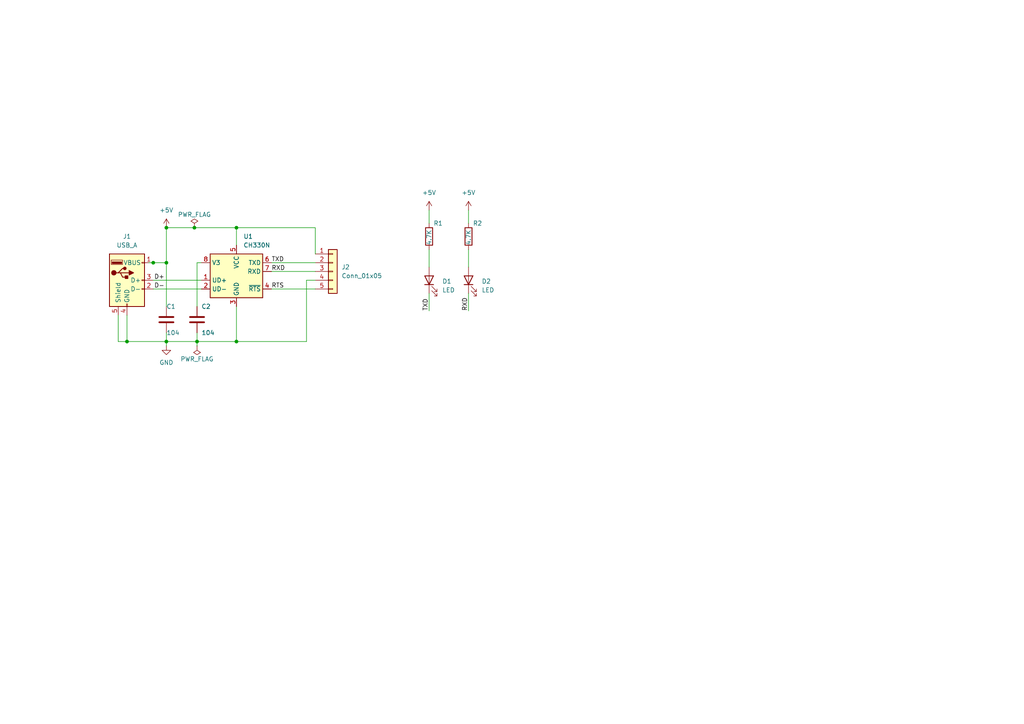
<source format=kicad_sch>
(kicad_sch (version 20211123) (generator eeschema)
  (paper "A4")
  (lib_symbols
    (symbol "Connector:USB_A" (pin_names (offset 1.016))
      (property "Reference" "J" (at -5.08 11.43 0))
      (property "Value" "USB_A" (at -5.08 8.89 0))
      (symbol "USB_A_0_1"
        (rectangle (start -5.08 -7.62) (end 5.08 7.62) (stroke (width 0.254)) (fill (type background)))
        (circle (center -3.81 2.159) (radius 0.635) (stroke (width 0.254)) (fill (type outline)))
        (rectangle (start -1.524 4.826) (end -4.318 5.334) (fill (type outline)))
        (rectangle (start -1.27 4.572) (end -4.572 5.842))
        (circle (center -0.635 3.429) (radius 0.381) (stroke (width 0.254)) (fill (type outline)))
        (rectangle (start -0.127 -7.62) (end 0.127 -6.858))
        (polyline (pts (xy -3.175 2.159) (xy -2.54 2.159) (xy -1.27 3.429) (xy -0.635 3.429)) (stroke (width 0.254)))
        (polyline (pts (xy -2.54 2.159) (xy -1.905 2.159) (xy -1.27 0.889) (xy 0 0.889)) (stroke (width 0.254)))
        (polyline (pts (xy 0.635 2.794) (xy 0.635 1.524) (xy 1.905 2.159) (xy 0.635 2.794)) (stroke (width 0.254)) (fill (type outline)))
        (rectangle (start 0.254 1.27) (end -0.508 0.508) (stroke (width 0.254)) (fill (type outline)))
        (rectangle (start 5.08 -2.667) (end 4.318 -2.413))
        (rectangle (start 5.08 -0.127) (end 4.318 0.127))
        (rectangle (start 5.08 4.953) (end 4.318 5.207))
      )
      (symbol "USB_A_1_1"
        (polyline (pts (xy -1.905 2.159) (xy 0.635 2.159)) (stroke (width 0.254)))
        (pin power_in line (at 7.62 5.08 180) (length 2.54) (name "VBUS") (number "1"))
        (pin bidirectional line (at 7.62 -2.54 180) (length 2.54) (name "D-") (number "2"))
        (pin bidirectional line (at 7.62 0 180) (length 2.54) (name "D+") (number "3"))
        (pin power_in line (at 0 -10.16 90) (length 2.54) (name "GND") (number "4"))
        (pin passive line (at -2.54 -10.16 90) (length 2.54) (name "Shield") (number "5"))
      )
    )
    (symbol "Connector_Generic:Conn_01x05" (pin_names (offset 1.016) hide)
      (property "Reference" "J" (at 0 7.62 0))
      (property "Value" "Conn_01x05" (at 0 -7.62 0))
      (symbol "Conn_01x05_1_1"
        (rectangle (start -1.27 -4.953) (end 0 -5.207) (stroke (width 0.1524)))
        (rectangle (start -1.27 -2.413) (end 0 -2.667) (stroke (width 0.1524)))
        (rectangle (start -1.27 0.127) (end 0 -0.127) (stroke (width 0.1524)))
        (rectangle (start -1.27 2.667) (end 0 2.413) (stroke (width 0.1524)))
        (rectangle (start -1.27 5.207) (end 0 4.953) (stroke (width 0.1524)))
        (rectangle (start -1.27 6.35) (end 1.27 -6.35) (stroke (width 0.254)) (fill (type background)))
        (pin passive line (at -5.08 5.08 0) (length 3.81) (name "Pin_1") (number "1"))
        (pin passive line (at -5.08 2.54 0) (length 3.81) (name "Pin_2") (number "2"))
        (pin passive line (at -5.08 0 0) (length 3.81) (name "Pin_3") (number "3"))
        (pin passive line (at -5.08 -2.54 0) (length 3.81) (name "Pin_4") (number "4"))
        (pin passive line (at -5.08 -5.08 0) (length 3.81) (name "Pin_5") (number "5"))
      )
    )
    (symbol "Device:C" (pin_numbers hide) (pin_names (offset 0.254))
      (property "Reference" "C" (at 0.635 2.54 0))
      (property "Value" "C" (at 0.635 -2.54 0))
      (symbol "C_0_1"
        (polyline (pts (xy -2.032 -0.762) (xy 2.032 -0.762)) (stroke (width 0.508)))
        (polyline (pts (xy -2.032 0.762) (xy 2.032 0.762)) (stroke (width 0.508)))
      )
      (symbol "C_1_1"
        (pin passive line (at 0 3.81 270) (length 2.794) (name "~") (number "1"))
        (pin passive line (at 0 -3.81 90) (length 2.794) (name "~") (number "2"))
      )
    )
    (symbol "Device:LED" (pin_numbers hide) (pin_names (offset 1.016) hide)
      (property "Reference" "D" (at 0 2.54 0))
      (property "Value" "LED" (at 0 -2.54 0))
      (symbol "LED_0_1"
        (polyline (pts (xy -1.27 -1.27) (xy -1.27 1.27)) (stroke (width 0.254)))
        (polyline (pts (xy -1.27 0) (xy 1.27 0)))
        (polyline (pts (xy 1.27 -1.27) (xy 1.27 1.27) (xy -1.27 0) (xy 1.27 -1.27)) (stroke (width 0.254)))
        (polyline (pts (xy -3.048 -0.762) (xy -4.572 -2.286) (xy -3.81 -2.286) (xy -4.572 -2.286) (xy -4.572 -1.524)))
        (polyline (pts (xy -1.778 -0.762) (xy -3.302 -2.286) (xy -2.54 -2.286) (xy -3.302 -2.286) (xy -3.302 -1.524)))
      )
      (symbol "LED_1_1"
        (pin passive line (at -3.81 0 0) (length 2.54) (name "K") (number "1"))
        (pin passive line (at 3.81 0 180) (length 2.54) (name "A") (number "2"))
      )
    )
    (symbol "Device:R" (pin_numbers hide) (pin_names (offset 0))
      (property "Reference" "R" (at 2.032 0 90))
      (property "Value" "R" (at 0 0 90))
      (symbol "R_0_1"
        (rectangle (start -1.016 -2.54) (end 1.016 2.54) (stroke (width 0.254)))
      )
      (symbol "R_1_1"
        (pin passive line (at 0 3.81 270) (length 1.27) (name "~") (number "1"))
        (pin passive line (at 0 -3.81 90) (length 1.27) (name "~") (number "2"))
      )
    )
    (symbol "Interface_USB:CH330N"
      (property "Reference" "U" (at -7.62 6.35 0))
      (property "Value" "CH330N" (at 7.62 6.35 0))
      (symbol "CH330N_0_1"
        (rectangle (start -7.62 5.08) (end 7.62 -7.62) (stroke (width 0.254)) (fill (type background)))
      )
      (symbol "CH330N_1_1"
        (pin bidirectional line (at -10.16 -2.54 0) (length 2.54) (name "UD+") (number "1"))
        (pin bidirectional line (at -10.16 -5.08 0) (length 2.54) (name "UD-") (number "2"))
        (pin power_in line (at 0 -10.16 90) (length 2.54) (name "GND") (number "3"))
        (pin output line (at 10.16 -5.08 180) (length 2.54) (name "~{RTS}") (number "4"))
        (pin power_in line (at 0 7.62 270) (length 2.54) (name "VCC") (number "5"))
        (pin output line (at 10.16 2.54 180) (length 2.54) (name "TXD") (number "6"))
        (pin input line (at 10.16 0 180) (length 2.54) (name "RXD") (number "7"))
        (pin passive line (at -10.16 2.54 0) (length 2.54) (name "V3") (number "8"))
      )
    )
    (symbol "power:+5V" (power) (pin_names (offset 0))
      (property "Value" "+5V" (at 0 3.556 0))
      (symbol "+5V_0_1"
        (polyline (pts (xy -0.762 1.27) (xy 0 2.54)))
        (polyline (pts (xy 0 0) (xy 0 2.54)))
        (polyline (pts (xy 0 2.54) (xy 0.762 1.27)))
      )
      (symbol "+5V_1_1"
        (pin power_in line (at 0 0 90) (length 0) hide (name "+5V") (number "1"))
      )
    )
    (symbol "power:GND" (power) (pin_names (offset 0))
      (property "Value" "GND" (at 0 -3.81 0))
      (symbol "GND_0_1"
        (polyline (pts (xy 0 0) (xy 0 -1.27) (xy 1.27 -1.27) (xy 0 -2.54) (xy -1.27 -1.27) (xy 0 -1.27)))
      )
      (symbol "GND_1_1"
        (pin power_in line (at 0 0 270) (length 0) hide (name "GND") (number "1"))
      )
    )
    (symbol "power:PWR_FLAG" (power) (pin_numbers hide) (pin_names (offset 0) hide)
      (property "Value" "PWR_FLAG" (at 0 3.81 0))
      (symbol "PWR_FLAG_0_0"
        (pin power_out line (at 0 0 90) (length 0) (name "pwr") (number "1"))
      )
      (symbol "PWR_FLAG_0_1"
        (polyline (pts (xy 0 0) (xy 0 1.27) (xy -1.016 1.905) (xy 0 2.54) (xy 1.016 1.905) (xy 0 1.27)))
      )
    )
  )
  (junction (at 57.15 99.06))
  (junction (at 56.388 66.04))
  (junction (at 68.58 66.04))
  (junction (at 36.83 99.06))
  (junction (at 48.26 99.06))
  (junction (at 44.45 76.2))
  (junction (at 48.26 76.2))
  (junction (at 68.58 99.06))
  (junction (at 48.26 66.04))
  (wire (pts (xy 48.26 99.06) (xy 48.26 100.33)))
  (wire (pts (xy 48.26 66.04) (xy 48.26 76.2)))
  (wire (pts (xy 124.46 60.96) (xy 124.46 64.77)))
  (wire (pts (xy 48.26 99.06) (xy 57.15 99.06)))
  (wire (pts (xy 78.74 83.82) (xy 91.44 83.82)))
  (wire (pts (xy 34.29 91.44) (xy 34.29 99.06)))
  (wire (pts (xy 44.45 83.82) (xy 58.42 83.82)))
  (wire (pts (xy 78.74 76.2) (xy 91.44 76.2)))
  (wire (pts (xy 44.45 81.28) (xy 58.42 81.28)))
  (wire (pts (xy 34.29 99.06) (xy 36.83 99.06)))
  (wire (pts (xy 44.45 76.2) (xy 48.26 76.2)))
  (wire (pts (xy 48.26 96.52) (xy 48.26 99.06)))
  (wire (pts (xy 57.15 96.52) (xy 57.15 99.06)))
  (wire (pts (xy 135.89 85.09) (xy 135.89 90.17)))
  (wire (pts (xy 48.26 66.04) (xy 56.388 66.04)))
  (wire (pts (xy 36.83 91.44) (xy 36.83 99.06)))
  (wire (pts (xy 48.26 76.2) (xy 48.26 88.9)))
  (wire (pts (xy 68.58 99.06) (xy 88.9 99.06)))
  (wire (pts (xy 56.388 66.04) (xy 68.58 66.04)))
  (wire (pts (xy 57.15 99.06) (xy 68.58 99.06)))
  (wire (pts (xy 135.89 72.39) (xy 135.89 77.47)))
  (wire (pts (xy 58.42 76.2) (xy 57.15 76.2)))
  (wire (pts (xy 68.58 99.06) (xy 68.58 88.9)))
  (wire (pts (xy 68.58 66.04) (xy 68.58 71.12)))
  (wire (pts (xy 88.9 99.06) (xy 88.9 81.28)))
  (wire (pts (xy 57.15 76.2) (xy 57.15 88.9)))
  (wire (pts (xy 135.89 60.96) (xy 135.89 64.77)))
  (wire (pts (xy 43.18 76.2) (xy 44.45 76.2)))
  (wire (pts (xy 124.46 72.39) (xy 124.46 77.47)))
  (wire (pts (xy 124.46 85.09) (xy 124.46 90.17)))
  (wire (pts (xy 88.9 81.28) (xy 91.44 81.28)))
  (wire (pts (xy 91.44 66.04) (xy 91.44 73.66)))
  (wire (pts (xy 68.58 66.04) (xy 91.44 66.04)))
  (wire (pts (xy 36.83 99.06) (xy 48.26 99.06)))
  (wire (pts (xy 78.74 78.74) (xy 91.44 78.74)))
  (wire (pts (xy 57.15 100.33) (xy 57.15 99.06)))
  (label "TXD" (at 78.74 76.2 0))
  (label "D+" (at 44.704 81.28 0))
  (label "RXD" (at 135.89 90.17 90))
  (label "RTS" (at 78.74 83.82 0))
  (label "TXD" (at 124.46 90.17 90))
  (label "RXD" (at 78.74 78.74 0))
  (label "D-" (at 44.704 83.82 0))
  (symbol (lib_id "power:+5V") (at 48.26 66.04 0) (unit 1)
    (property "Reference" "#PWR01" (effects hide))
    (property "Value" "+5V" (at 48.26 60.96 0))
  )
  (symbol (lib_id "power:+5V") (at 124.46 60.96 0) (unit 1)
    (property "Reference" "#PWR03" (effects hide))
    (property "Value" "+5V" (at 124.46 55.88 0))
  )
  (symbol (lib_id "Interface_USB:CH330N") (at 68.58 78.74 0) (unit 1)
    (property "Reference" "U1" (at 70.5994 68.58 0) (effects (justify left)))
    (property "Value" "CH330N" (at 70.5994 71.12 0) (effects (justify left)))
    (property "Footprint" "Package_SO:SOIC-8_3.9x4.9mm_P1.27mm" (effects hide))
    (property "Datasheet" "http://www.wch.cn/downloads/file/240.html" (effects hide))
  )
  (symbol (lib_id "power:PWR_FLAG") (at 56.388 66.04 0) (unit 1)
    (property "Reference" "#FLG01" (effects hide))
    (property "Value" "PWR_FLAG" (at 56.388 62.23 0))
  )
  (symbol (lib_id "Connector:USB_A") (at 36.83 81.28 0) (unit 1)
    (property "Reference" "J1" (at 36.83 68.58 0))
    (property "Value" "USB_A" (at 36.83 71.12 0))
    (property "Footprint" "Connector_USB:USB_A_CNCTech_1001-011-01101_Horizontal" (effects hide))
    (property "Datasheet" " ~" (effects hide))
  )
  (symbol (lib_id "power:+5V") (at 135.89 60.96 0) (unit 1)
    (property "Reference" "#PWR04" (effects hide))
    (property "Value" "+5V" (at 135.89 55.88 0))
  )
  (symbol (lib_id "Device:R") (at 124.46 68.58 0) (unit 1)
    (property "Reference" "R1" (at 125.73 64.77 0) (effects (justify left)))
    (property "Value" "4.7K" (at 124.46 71.12 90) (effects (justify left)))
    (property "Footprint" "Resistor_SMD:R_0603_1608Metric" (effects hide))
  )
  (symbol (lib_id "power:GND") (at 48.26 100.33 0) (unit 1)
    (property "Reference" "#PWR02" (effects hide))
    (property "Value" "GND" (at 48.26 105.156 0))
  )
  (symbol (lib_id "Device:C") (at 48.26 92.71 0) (unit 1)
    (property "Reference" "C1" (at 48.26 88.9 0) (effects (justify left)))
    (property "Value" "104" (at 48.26 96.52 0) (effects (justify left)))
    (property "Footprint" "Capacitor_SMD:C_0603_1608Metric" (effects hide))
  )
  (symbol (lib_id "Device:LED") (at 124.46 81.28 90) (unit 1)
    (property "Reference" "D1" (at 128.27 81.5974 90) (effects (justify right)))
    (property "Value" "LED" (at 128.27 84.1374 90) (effects (justify right)))
    (property "Footprint" "LED_SMD:LED_0603_1608Metric" (effects hide))
  )
  (symbol (lib_id "Device:LED") (at 135.89 81.28 90) (unit 1)
    (property "Reference" "D2" (at 139.7 81.5974 90) (effects (justify right)))
    (property "Value" "LED" (at 139.7 84.1374 90) (effects (justify right)))
    (property "Footprint" "LED_SMD:LED_0603_1608Metric" (effects hide))
  )
  (symbol (lib_id "Connector_Generic:Conn_01x05") (at 96.52 78.74 0) (unit 1)
    (property "Reference" "J2" (at 99.06 77.4699 0) (effects (justify left)))
    (property "Value" "Conn_01x05" (at 99.06 80.0099 0) (effects (justify left)))
    (property "Footprint" "Connector_PinSocket_2.54mm:PinSocket_1x05_P2.54mm_Horizontal" (effects hide))
  )
  (symbol (lib_id "power:PWR_FLAG") (at 57.15 100.33 180) (unit 1)
    (property "Reference" "#FLG02" (effects hide))
    (property "Value" "PWR_FLAG" (at 57.15 104.14 0))
  )
  (symbol (lib_id "Device:R") (at 135.89 68.58 0) (unit 1)
    (property "Reference" "R2" (at 137.16 64.77 0) (effects (justify left)))
    (property "Value" "4.7K" (at 135.89 71.12 90) (effects (justify left)))
    (property "Footprint" "Resistor_SMD:R_0603_1608Metric" (effects hide))
  )
  (symbol (lib_id "Device:C") (at 57.15 92.71 0) (unit 1)
    (property "Reference" "C2" (at 58.42 88.9 0) (effects (justify left)))
    (property "Value" "104" (at 58.42 96.52 0) (effects (justify left)))
    (property "Footprint" "Capacitor_SMD:C_0603_1608Metric" (effects hide))
  )
)
</source>
